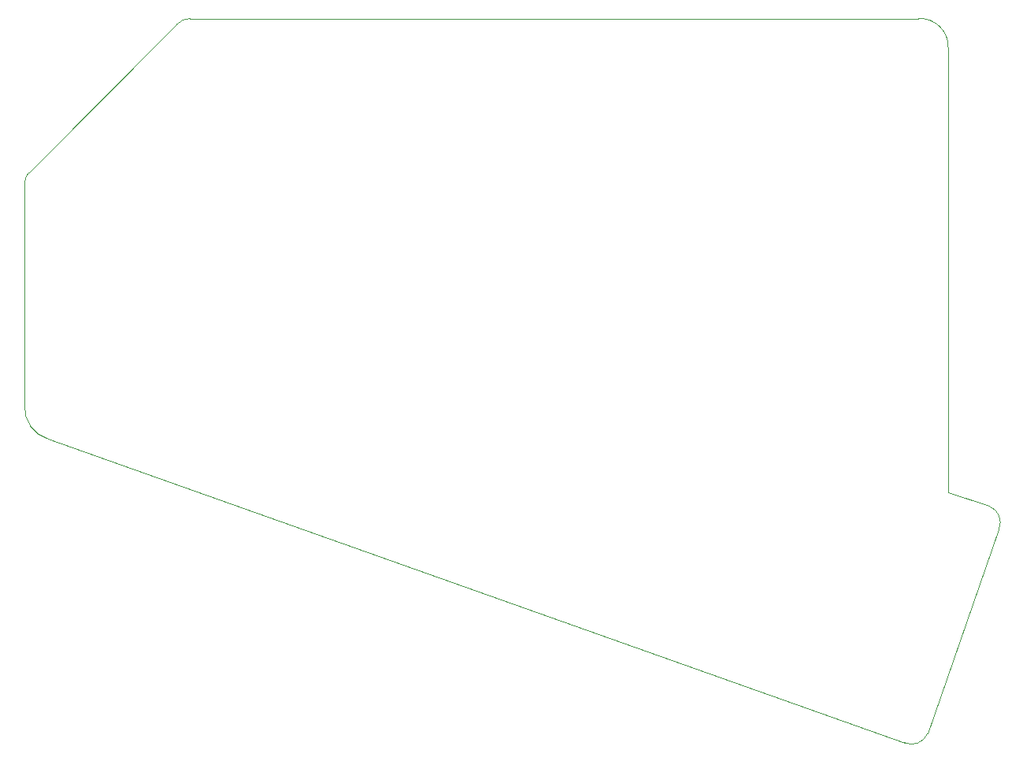
<source format=gm1>
G04 #@! TF.GenerationSoftware,KiCad,Pcbnew,(6.0.8-1)-1*
G04 #@! TF.CreationDate,2022-11-22T18:57:47+00:00*
G04 #@! TF.ProjectId,nine-nano-no-jumpers,6e696e65-2d6e-4616-9e6f-2d6e6f2d6a75,v1.0.0*
G04 #@! TF.SameCoordinates,Original*
G04 #@! TF.FileFunction,Profile,NP*
%FSLAX46Y46*%
G04 Gerber Fmt 4.6, Leading zero omitted, Abs format (unit mm)*
G04 Created by KiCad (PCBNEW (6.0.8-1)-1) date 2022-11-22 18:57:47*
%MOMM*%
%LPD*%
G01*
G04 APERTURE LIST*
G04 #@! TA.AperFunction,Profile*
%ADD10C,0.050000*%
G04 #@! TD*
G04 APERTURE END LIST*
D10*
X93250000Y-84050000D02*
X109150000Y-68150000D01*
X92800000Y-109075000D02*
X92800000Y-85300000D01*
X110600000Y-67500000D02*
X188900000Y-67500000D01*
X187400011Y-145324975D02*
G75*
G03*
X189875000Y-144350000I763089J1691775D01*
G01*
X187400000Y-145325000D02*
X95350000Y-112700000D01*
X93249970Y-84049972D02*
G75*
G03*
X92800000Y-85300000I1262130J-1160328D01*
G01*
X92799972Y-109074998D02*
G75*
G03*
X95350000Y-112700000I3572528J-196302D01*
G01*
X192100000Y-70700000D02*
X192100000Y-118400000D01*
X192100000Y-118400000D02*
X196475000Y-119900000D01*
X197540014Y-122393328D02*
X189875000Y-144350000D01*
X192100000Y-70700000D02*
G75*
G03*
X188900000Y-67500000I-3037300J162700D01*
G01*
X197540044Y-122393341D02*
G75*
G03*
X196475000Y-119900000I-1678544J757141D01*
G01*
X110600000Y-67499981D02*
G75*
G03*
X109150000Y-68150000I-23200J-1890519D01*
G01*
M02*

</source>
